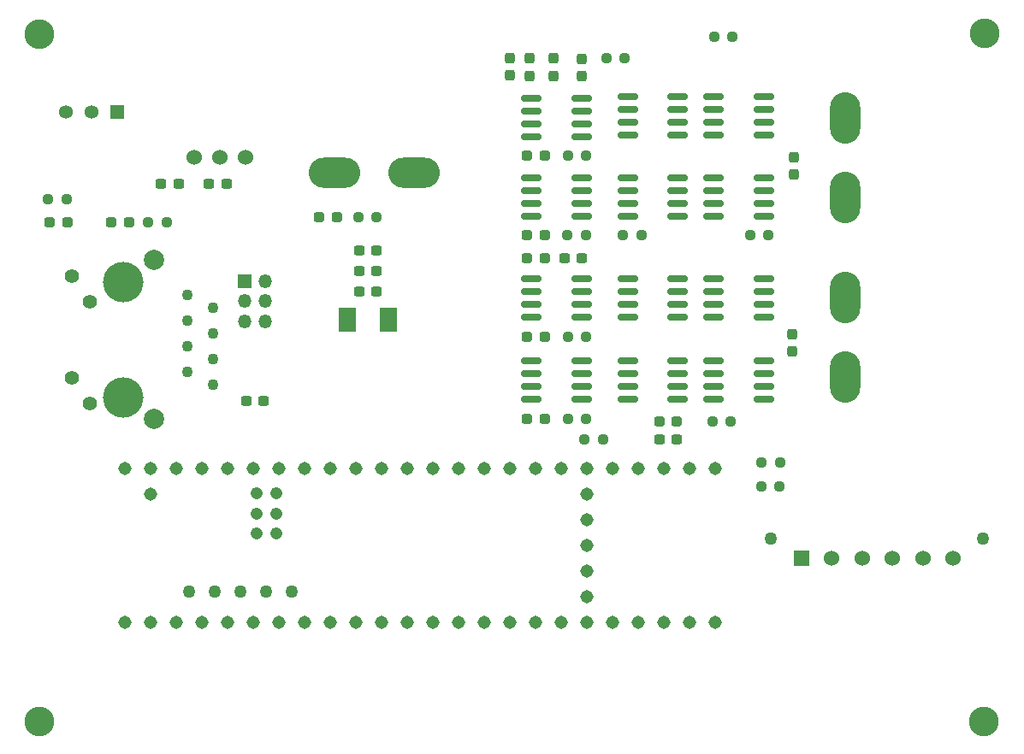
<source format=gts>
G04 #@! TF.GenerationSoftware,KiCad,Pcbnew,(6.0.8)*
G04 #@! TF.CreationDate,2022-10-20T16:34:10-05:00*
G04 #@! TF.ProjectId,SignalStack_Board,5369676e-616c-4537-9461-636b5f426f61,rev?*
G04 #@! TF.SameCoordinates,Original*
G04 #@! TF.FileFunction,Soldermask,Top*
G04 #@! TF.FilePolarity,Negative*
%FSLAX46Y46*%
G04 Gerber Fmt 4.6, Leading zero omitted, Abs format (unit mm)*
G04 Created by KiCad (PCBNEW (6.0.8)) date 2022-10-20 16:34:10*
%MOMM*%
%LPD*%
G01*
G04 APERTURE LIST*
G04 Aperture macros list*
%AMRoundRect*
0 Rectangle with rounded corners*
0 $1 Rounding radius*
0 $2 $3 $4 $5 $6 $7 $8 $9 X,Y pos of 4 corners*
0 Add a 4 corners polygon primitive as box body*
4,1,4,$2,$3,$4,$5,$6,$7,$8,$9,$2,$3,0*
0 Add four circle primitives for the rounded corners*
1,1,$1+$1,$2,$3*
1,1,$1+$1,$4,$5*
1,1,$1+$1,$6,$7*
1,1,$1+$1,$8,$9*
0 Add four rect primitives between the rounded corners*
20,1,$1+$1,$2,$3,$4,$5,0*
20,1,$1+$1,$4,$5,$6,$7,0*
20,1,$1+$1,$6,$7,$8,$9,0*
20,1,$1+$1,$8,$9,$2,$3,0*%
G04 Aperture macros list end*
%ADD10RoundRect,0.237500X0.300000X0.237500X-0.300000X0.237500X-0.300000X-0.237500X0.300000X-0.237500X0*%
%ADD11C,1.308000*%
%ADD12C,1.258000*%
%ADD13C,1.208000*%
%ADD14RoundRect,0.237500X0.250000X0.237500X-0.250000X0.237500X-0.250000X-0.237500X0.250000X-0.237500X0*%
%ADD15C,2.946400*%
%ADD16RoundRect,0.237500X0.237500X-0.300000X0.237500X0.300000X-0.237500X0.300000X-0.237500X-0.300000X0*%
%ADD17RoundRect,0.237500X-0.300000X-0.237500X0.300000X-0.237500X0.300000X0.237500X-0.300000X0.237500X0*%
%ADD18RoundRect,0.150000X-0.825000X-0.150000X0.825000X-0.150000X0.825000X0.150000X-0.825000X0.150000X0*%
%ADD19RoundRect,0.237500X0.287500X0.237500X-0.287500X0.237500X-0.287500X-0.237500X0.287500X-0.237500X0*%
%ADD20O,3.000000X5.100000*%
%ADD21C,1.100000*%
%ADD22C,1.400000*%
%ADD23C,4.000000*%
%ADD24C,2.000000*%
%ADD25RoundRect,0.237500X-0.250000X-0.237500X0.250000X-0.237500X0.250000X0.237500X-0.250000X0.237500X0*%
%ADD26R,1.800000X2.400000*%
%ADD27C,1.270000*%
%ADD28R,1.530000X1.530000*%
%ADD29C,1.530000*%
%ADD30RoundRect,0.237500X-0.287500X-0.237500X0.287500X-0.237500X0.287500X0.237500X-0.287500X0.237500X0*%
%ADD31R,1.350000X1.350000*%
%ADD32O,1.350000X1.350000*%
%ADD33RoundRect,0.237500X0.237500X-0.287500X0.237500X0.287500X-0.237500X0.287500X-0.237500X-0.287500X0*%
%ADD34R,1.358000X1.358000*%
%ADD35C,1.358000*%
%ADD36C,1.524000*%
%ADD37O,5.100000X3.000000*%
G04 APERTURE END LIST*
D10*
X133604000Y-88646000D03*
X131879000Y-88646000D03*
D11*
X111252000Y-125476000D03*
X113792000Y-125476000D03*
X116332000Y-125476000D03*
X118872000Y-125476000D03*
X144272000Y-125476000D03*
X113792000Y-110236000D03*
X154432000Y-120396000D03*
X121412000Y-125476000D03*
X123952000Y-125476000D03*
D12*
X115062000Y-122426000D03*
D11*
X126492000Y-125476000D03*
X129032000Y-125476000D03*
X131572000Y-125476000D03*
X134112000Y-125476000D03*
X136652000Y-125476000D03*
X139192000Y-125476000D03*
X141732000Y-125476000D03*
X141732000Y-110236000D03*
X139192000Y-110236000D03*
X136652000Y-110236000D03*
X134112000Y-110236000D03*
X131572000Y-110236000D03*
X129032000Y-110236000D03*
X126492000Y-110236000D03*
X123952000Y-110236000D03*
X121412000Y-110236000D03*
X118872000Y-110236000D03*
X116332000Y-110236000D03*
X146812000Y-125476000D03*
X149352000Y-125476000D03*
X151892000Y-125476000D03*
X154432000Y-125476000D03*
X156972000Y-125476000D03*
X159512000Y-125476000D03*
X162052000Y-125476000D03*
X164592000Y-125476000D03*
X167132000Y-125476000D03*
X167132000Y-110236000D03*
X164592000Y-110236000D03*
X162052000Y-110236000D03*
X159512000Y-110236000D03*
X156972000Y-110236000D03*
X154432000Y-110236000D03*
X151892000Y-110236000D03*
X149352000Y-110236000D03*
X146812000Y-110236000D03*
D12*
X120142000Y-122426000D03*
X117602000Y-122426000D03*
D11*
X108712000Y-125476000D03*
X144272000Y-110236000D03*
X111252000Y-110236000D03*
X154432000Y-117856000D03*
D13*
X123682000Y-114686000D03*
X121682000Y-114686000D03*
D11*
X154432000Y-112776000D03*
X154432000Y-115316000D03*
D13*
X121682000Y-112686000D03*
X123682000Y-112686000D03*
X123682000Y-116686000D03*
X121682000Y-116686000D03*
D12*
X122682000Y-122426000D03*
X125222000Y-122426000D03*
D11*
X154432000Y-122936000D03*
X108712000Y-110236000D03*
X111252000Y-112776000D03*
D14*
X154352000Y-79248000D03*
X152527000Y-79248000D03*
D15*
X100209220Y-135248764D03*
D10*
X133577500Y-92710000D03*
X131852500Y-92710000D03*
D15*
X193681220Y-135256620D03*
D16*
X146812000Y-71321000D03*
X146812000Y-69596000D03*
D17*
X161570500Y-107315000D03*
X163295500Y-107315000D03*
D18*
X166943000Y-99568000D03*
X166943000Y-100838000D03*
X166943000Y-102108000D03*
X166943000Y-103378000D03*
X171893000Y-103378000D03*
X171893000Y-102108000D03*
X171893000Y-100838000D03*
X171893000Y-99568000D03*
D14*
X112823000Y-85852000D03*
X110998000Y-85852000D03*
D19*
X150213000Y-87122000D03*
X148463000Y-87122000D03*
D20*
X179978000Y-83397000D03*
X179978000Y-75523000D03*
D18*
X148909000Y-81407000D03*
X148909000Y-82677000D03*
X148909000Y-83947000D03*
X148909000Y-85217000D03*
X153859000Y-85217000D03*
X153859000Y-83947000D03*
X153859000Y-82677000D03*
X153859000Y-81407000D03*
X148909000Y-99568000D03*
X148909000Y-100838000D03*
X148909000Y-102108000D03*
X148909000Y-103378000D03*
X153859000Y-103378000D03*
X153859000Y-102108000D03*
X153859000Y-100838000D03*
X153859000Y-99568000D03*
D16*
X153924000Y-71374000D03*
X153924000Y-69649000D03*
D20*
X179978000Y-101177000D03*
X179978000Y-93303000D03*
D19*
X150227000Y-105283000D03*
X148477000Y-105283000D03*
D18*
X158434000Y-91440000D03*
X158434000Y-92710000D03*
X158434000Y-93980000D03*
X158434000Y-95250000D03*
X163384000Y-95250000D03*
X163384000Y-93980000D03*
X163384000Y-92710000D03*
X163384000Y-91440000D03*
X148909000Y-73533000D03*
X148909000Y-74803000D03*
X148909000Y-76073000D03*
X148909000Y-77343000D03*
X153859000Y-77343000D03*
X153859000Y-76073000D03*
X153859000Y-74803000D03*
X153859000Y-73533000D03*
D15*
X100203000Y-67183000D03*
D18*
X166943000Y-81407000D03*
X166943000Y-82677000D03*
X166943000Y-83947000D03*
X166943000Y-85217000D03*
X171893000Y-85217000D03*
X171893000Y-83947000D03*
X171893000Y-82677000D03*
X171893000Y-81407000D03*
X166943000Y-91440000D03*
X166943000Y-92710000D03*
X166943000Y-93980000D03*
X166943000Y-95250000D03*
X171893000Y-95250000D03*
X171893000Y-93980000D03*
X171893000Y-92710000D03*
X171893000Y-91440000D03*
D10*
X122412000Y-103564500D03*
X120687000Y-103564500D03*
D14*
X154328500Y-105283000D03*
X152503500Y-105283000D03*
D21*
X114867500Y-93023500D03*
X117407500Y-94293500D03*
X114867500Y-95563500D03*
X117407500Y-96833500D03*
X114867500Y-98103500D03*
X117407500Y-99373500D03*
X114867500Y-100643500D03*
X117407500Y-101913500D03*
D22*
X103437500Y-91143500D03*
X105227500Y-93683500D03*
X103437500Y-101253500D03*
X105227500Y-103793500D03*
D23*
X108517500Y-91753500D03*
X108517500Y-103183500D03*
D24*
X111567500Y-89593500D03*
X111567500Y-105343500D03*
D18*
X158434000Y-81407000D03*
X158434000Y-82677000D03*
X158434000Y-83947000D03*
X158434000Y-85217000D03*
X163384000Y-85217000D03*
X163384000Y-83947000D03*
X163384000Y-82677000D03*
X163384000Y-81407000D03*
D25*
X154154500Y-107315000D03*
X155979500Y-107315000D03*
D26*
X130683000Y-95504000D03*
X134733000Y-95504000D03*
D25*
X157964500Y-87122000D03*
X159789500Y-87122000D03*
D19*
X150227000Y-79248000D03*
X148477000Y-79248000D03*
D18*
X158434000Y-99568000D03*
X158434000Y-100838000D03*
X158434000Y-102108000D03*
X158434000Y-103378000D03*
X163384000Y-103378000D03*
X163384000Y-102108000D03*
X163384000Y-100838000D03*
X163384000Y-99568000D03*
D27*
X193634000Y-117166000D03*
X172634000Y-117166000D03*
D28*
X175634000Y-119126000D03*
D29*
X178634000Y-119126000D03*
X181634000Y-119126000D03*
X184634000Y-119126000D03*
X187634000Y-119126000D03*
X190634000Y-119126000D03*
D30*
X101233000Y-85852000D03*
X102983000Y-85852000D03*
D14*
X172386000Y-87122000D03*
X170561000Y-87122000D03*
D16*
X174752000Y-98626000D03*
X174752000Y-96901000D03*
X174879000Y-81126500D03*
X174879000Y-79401500D03*
D10*
X133577500Y-90678000D03*
X131852500Y-90678000D03*
D31*
X120523000Y-91658500D03*
D32*
X122523000Y-91658500D03*
X120523000Y-93658500D03*
X122523000Y-93658500D03*
X120523000Y-95658500D03*
X122523000Y-95658500D03*
D14*
X173529000Y-109601000D03*
X171704000Y-109601000D03*
D25*
X156313500Y-69596000D03*
X158138500Y-69596000D03*
D10*
X118718500Y-82042000D03*
X116993500Y-82042000D03*
D14*
X154305000Y-87122000D03*
X152480000Y-87122000D03*
X154328500Y-97155000D03*
X152503500Y-97155000D03*
D15*
X193757420Y-67100580D03*
D18*
X158434000Y-73406000D03*
X158434000Y-74676000D03*
X158434000Y-75946000D03*
X158434000Y-77216000D03*
X163384000Y-77216000D03*
X163384000Y-75946000D03*
X163384000Y-74676000D03*
X163384000Y-73406000D03*
D33*
X151130000Y-71360000D03*
X151130000Y-69610000D03*
D34*
X107950000Y-74958000D03*
D35*
X105410000Y-74958000D03*
X102870000Y-74958000D03*
D30*
X107329000Y-85852000D03*
X109079000Y-85852000D03*
D25*
X101092000Y-83566000D03*
X102917000Y-83566000D03*
X167005000Y-67437000D03*
X168830000Y-67437000D03*
D30*
X161572000Y-105537000D03*
X163322000Y-105537000D03*
D19*
X150213000Y-97155000D03*
X148463000Y-97155000D03*
X150227000Y-89408000D03*
X148477000Y-89408000D03*
D25*
X171657000Y-112014000D03*
X173482000Y-112014000D03*
D18*
X148909000Y-91440000D03*
X148909000Y-92710000D03*
X148909000Y-93980000D03*
X148909000Y-95250000D03*
X153859000Y-95250000D03*
X153859000Y-93980000D03*
X153859000Y-92710000D03*
X153859000Y-91440000D03*
D25*
X166831000Y-105537000D03*
X168656000Y-105537000D03*
D18*
X166943000Y-73406000D03*
X166943000Y-74676000D03*
X166943000Y-75946000D03*
X166943000Y-77216000D03*
X171893000Y-77216000D03*
X171893000Y-75946000D03*
X171893000Y-74676000D03*
X171893000Y-73406000D03*
D17*
X152172500Y-89408000D03*
X153897500Y-89408000D03*
D30*
X127893500Y-85344000D03*
X129643500Y-85344000D03*
D36*
X120650000Y-79375000D03*
X118110000Y-79375000D03*
X115570000Y-79375000D03*
D25*
X131779000Y-85344000D03*
X133604000Y-85344000D03*
D33*
X148717000Y-71346000D03*
X148717000Y-69596000D03*
D10*
X113993000Y-82042000D03*
X112268000Y-82042000D03*
D37*
X129455000Y-80905400D03*
X137329000Y-80905400D03*
M02*

</source>
